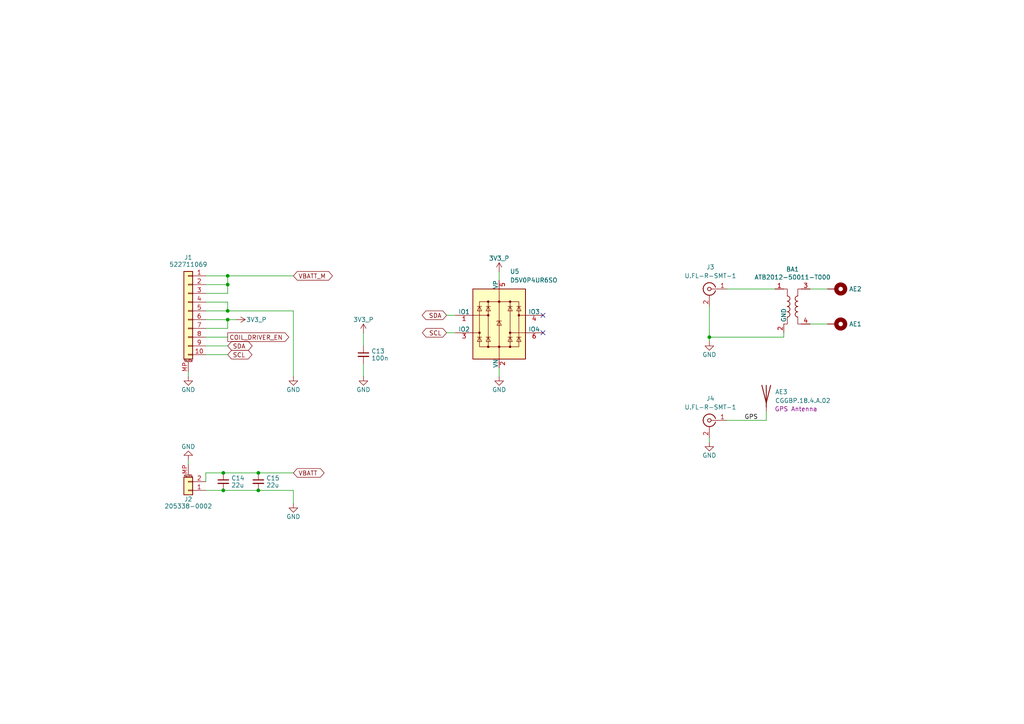
<source format=kicad_sch>
(kicad_sch (version 20250114) (generator "eeschema") (generator_version "9.0")
  (paper "A4")
  (title_block (title "Argus -Z Panel") (date "2025-06-23") (rev "Rev 5.0") (company "N. Khera") (comment 1 "V. Rajesh") (comment 2 "A. Sahay"))
  (lib_symbols
    (symbol "Argus-Passives:ATB2012"
      (property "Reference" "U" (at 0 10.795 0))
      (property "Value" "ATB2012" (at 0 8.4836 0))
      (symbol "ATB2012_1_1"
        (polyline (pts (xy -2.54 5.08) (xy -1.524 5.08) (xy -1.524 3.048)) (stroke (width 0.1524)))
        (arc (start -1.524 3.048) (mid -0.7653 2.286) (end -1.524 1.524) (stroke (width 0.2032)))
        (arc (start -1.524 1.524) (mid -0.7653 0.762) (end -1.524 0) (stroke (width 0.2032)))
        (arc (start -1.524 0) (mid -0.7653 -0.762) (end -1.524 -1.524) (stroke (width 0.2032)))
        (arc (start -1.524 -1.524) (mid -0.7653 -2.286) (end -1.524 -3.048) (stroke (width 0.2032)))
        (polyline (pts (xy -1.524 -3.048) (xy -1.524 -5.08) (xy -2.54 -5.08)) (stroke (width 0.1524)))
        (polyline (pts (xy 1.524 3.048) (xy 1.524 5.08) (xy 2.54 5.08)) (stroke (width 0.1524)))
        (arc (start 1.524 1.524) (mid 0.7653 2.286) (end 1.524 3.048) (stroke (width 0.2032)))
        (arc (start 1.524 0) (mid 0.7653 0.762) (end 1.524 1.524) (stroke (width 0.2032)))
        (arc (start 1.524 -1.524) (mid 0.7653 -0.762) (end 1.524 0) (stroke (width 0.2032)))
        (arc (start 1.524 -3.048) (mid 0.7653 -2.286) (end 1.524 -1.524) (stroke (width 0.2032)))
        (polyline (pts (xy 2.54 -5.08) (xy 1.524 -5.08) (xy 1.524 -3.048)) (stroke (width 0.1524)))
        (pin passive line (at -5.08 5.08 0) (length 2.54) (name "~") (number "1"))
        (pin power_in line (at -2.54 -7.62 90) (length 2.54) (name "GND") (number "2"))
        (pin passive line (at 5.08 5.08 180) (length 2.54) (name "~") (number "3"))
        (pin passive line (at 5.08 -5.08 180) (length 2.54) (name "~") (number "4"))
      )
    )
    (symbol "Argus-Passives:Antenna" (pin_numbers (hide yes)) (pin_names (offset 1.016) (hide yes))
      (property "Reference" "AE" (at -1.905 1.905 0))
      (property "Value" "Antenna" (at -1.905 0 0))
      (symbol "Antenna_0_1"
        (polyline (pts (xy 0 2.54) (xy 0 -3.81)) (stroke (width 0.254)))
        (polyline (pts (xy 1.27 2.54) (xy 0 -2.54) (xy -1.27 2.54)) (stroke (width 0.254)))
      )
      (symbol "Antenna_1_1"
        (pin input line (at 0 -5.08 90) (length 2.54) (name "A") (number "1"))
      )
    )
    (symbol "Connector:Conn_Coaxial" (pin_names (offset 1.016) (hide yes))
      (property "Reference" "J" (at 0.254 3.048 0))
      (property "Value" "Conn_Coaxial" (at 2.921 0 90))
      (symbol "Conn_Coaxial_0_1"
        (polyline (pts (xy -2.54 0) (xy -0.508 0)))
        (arc (start 1.778 0) (mid 0.222 -1.8079) (end -1.778 -0.508) (stroke (width 0.254)))
        (arc (start -1.778 0.508) (mid 0.2221 1.8084) (end 1.778 0) (stroke (width 0.254)))
        (circle (center 0 0) (radius 0.508) (stroke (width 0.2032)))
        (polyline (pts (xy 0 -2.54) (xy 0 -1.778)))
      )
      (symbol "Conn_Coaxial_1_1"
        (pin passive line (at -5.08 0 0) (length 2.54) (name "In") (number "1"))
        (pin passive line (at 0 -5.08 90) (length 2.54) (name "Ext") (number "2"))
      )
    )
    (symbol "Connector_Generic_MountingPin:Conn_01x02_MountingPin" (pin_names (offset 1.016) (hide yes))
      (property "Reference" "J" (at 0 2.54 0))
      (property "Value" "Conn_01x02_MountingPin" (at 1.27 -5.08 0))
      (symbol "Conn_01x02_MountingPin_1_1"
        (rectangle (start -1.27 1.27) (end 1.27 -3.81) (stroke (width 0.254)) (fill (type background)))
        (rectangle (start -1.27 0.127) (end 0 -0.127) (stroke (width 0.1524)))
        (rectangle (start -1.27 -2.413) (end 0 -2.667) (stroke (width 0.1524)))
        (polyline (pts (xy -1.016 -4.572) (xy 1.016 -4.572)) (stroke (width 0.1524)))
        (text "Mounting" (at 0 -4.191 0) (effects (font (size 0.381 0.381))))
        (pin passive line (at -5.08 0 0) (length 3.81) (name "Pin_1") (number "1"))
        (pin passive line (at -5.08 -2.54 0) (length 3.81) (name "Pin_2") (number "2"))
        (pin passive line (at 0 -7.62 90) (length 3.048) (name "MountPin") (number "MP"))
      )
    )
    (symbol "Connector_Generic_MountingPin:Conn_01x10_MountingPin" (pin_names (offset 1.016) (hide yes))
      (property "Reference" "J" (at 0 12.7 0))
      (property "Value" "Conn_01x10_MountingPin" (at 1.27 -15.24 0))
      (symbol "Conn_01x10_MountingPin_1_1"
        (rectangle (start -1.27 11.43) (end 1.27 -13.97) (stroke (width 0.254)) (fill (type background)))
        (rectangle (start -1.27 10.287) (end 0 10.033) (stroke (width 0.1524)))
        (rectangle (start -1.27 7.747) (end 0 7.493) (stroke (width 0.1524)))
        (rectangle (start -1.27 5.207) (end 0 4.953) (stroke (width 0.1524)))
        (rectangle (start -1.27 2.667) (end 0 2.413) (stroke (width 0.1524)))
        (rectangle (start -1.27 0.127) (end 0 -0.127) (stroke (width 0.1524)))
        (rectangle (start -1.27 -2.413) (end 0 -2.667) (stroke (width 0.1524)))
        (rectangle (start -1.27 -4.953) (end 0 -5.207) (stroke (width 0.1524)))
        (rectangle (start -1.27 -7.493) (end 0 -7.747) (stroke (width 0.1524)))
        (rectangle (start -1.27 -10.033) (end 0 -10.287) (stroke (width 0.1524)))
        (rectangle (start -1.27 -12.573) (end 0 -12.827) (stroke (width 0.1524)))
        (polyline (pts (xy -1.016 -14.732) (xy 1.016 -14.732)) (stroke (width 0.1524)))
        (text "Mounting" (at 0 -14.351 0) (effects (font (size 0.381 0.381))))
        (pin passive line (at -5.08 10.16 0) (length 3.81) (name "Pin_1") (number "1"))
        (pin passive line (at -5.08 7.62 0) (length 3.81) (name "Pin_2") (number "2"))
        (pin passive line (at -5.08 5.08 0) (length 3.81) (name "Pin_3") (number "3"))
        (pin passive line (at -5.08 2.54 0) (length 3.81) (name "Pin_4") (number "4"))
        (pin passive line (at -5.08 0 0) (length 3.81) (name "Pin_5") (number "5"))
        (pin passive line (at -5.08 -2.54 0) (length 3.81) (name "Pin_6") (number "6"))
        (pin passive line (at -5.08 -5.08 0) (length 3.81) (name "Pin_7") (number "7"))
        (pin passive line (at -5.08 -7.62 0) (length 3.81) (name "Pin_8") (number "8"))
        (pin passive line (at -5.08 -10.16 0) (length 3.81) (name "Pin_9") (number "9"))
        (pin passive line (at -5.08 -12.7 0) (length 3.81) (name "Pin_10") (number "10"))
        (pin passive line (at 0 -17.78 90) (length 3.048) (name "MountPin") (number "MP"))
      )
    )
    (symbol "Device:C_Small" (pin_numbers (hide yes)) (pin_names (offset 0.254) (hide yes))
      (property "Reference" "C" (at 0.254 1.778 0))
      (property "Value" "C_Small" (at 0.254 -2.032 0))
      (symbol "C_Small_0_1"
        (polyline (pts (xy -1.524 0.508) (xy 1.524 0.508)) (stroke (width 0.3048)))
        (polyline (pts (xy -1.524 -0.508) (xy 1.524 -0.508)) (stroke (width 0.3302)))
      )
      (symbol "C_Small_1_1"
        (pin passive line (at 0 2.54 270) (length 2.032) (name "~") (number "1"))
        (pin passive line (at 0 -2.54 90) (length 2.032) (name "~") (number "2"))
      )
    )
    (symbol "Mechanical:MountingHole_Pad" (pin_numbers (hide yes)) (pin_names (offset 1.016) (hide yes)) (exclude_from_sim yes) (in_bom no)
      (property "Reference" "H" (at 0 6.35 0))
      (property "Value" "MountingHole_Pad" (at 0 4.445 0))
      (symbol "MountingHole_Pad_0_1"
        (circle (center 0 1.27) (radius 1.27) (stroke (width 1.27)))
      )
      (symbol "MountingHole_Pad_1_1"
        (pin input line (at 0 -2.54 90) (length 2.54) (name "1") (number "1"))
      )
    )
    (symbol "Power_Protection:SRV05-4" (pin_names (offset 0))
      (property "Reference" "U" (at -5.08 11.43 0))
      (property "Value" "SRV05-4" (at 2.54 11.43 0))
      (symbol "SRV05-4_0_0"
        (rectangle (start -5.715 6.477) (end 5.715 -6.604))
        (polyline (pts (xy -3.175 -6.604) (xy -3.175 6.477)))
        (polyline (pts (xy 3.175 6.477) (xy 3.175 -6.604)))
      )
      (symbol "SRV05-4_0_1"
        (polyline (pts (xy -7.747 2.54) (xy -3.175 2.54)))
        (rectangle (start -7.62 10.16) (end 7.62 -10.16) (stroke (width 0.254)) (fill (type background)))
        (polyline (pts (xy -7.62 -2.54) (xy -5.715 -2.54)))
        (circle (center -5.715 -2.54) (radius 0.2794) (fill (type outline)))
        (polyline (pts (xy -5.08 5.08) (xy -6.35 5.08)))
        (polyline (pts (xy -5.08 3.81) (xy -6.35 3.81) (xy -5.715 5.08) (xy -5.08 3.81)))
        (polyline (pts (xy -5.08 -3.81) (xy -6.35 -3.81)))
        (polyline (pts (xy -5.08 -5.08) (xy -6.35 -5.08) (xy -5.715 -3.81) (xy -5.08 -5.08)))
        (circle (center -3.175 6.477) (radius 0.2794) (fill (type outline)))
        (circle (center -3.175 2.54) (radius 0.2794) (fill (type outline)))
        (circle (center -3.175 -6.604) (radius 0.2794) (fill (type outline)))
        (polyline (pts (xy -2.54 5.08) (xy -3.81 5.08)))
        (polyline (pts (xy -2.54 3.81) (xy -3.81 3.81) (xy -3.175 5.08) (xy -2.54 3.81)))
        (polyline (pts (xy -2.54 -3.81) (xy -3.81 -3.81)))
        (polyline (pts (xy -2.54 -5.08) (xy -3.81 -5.08) (xy -3.175 -3.81) (xy -2.54 -5.08)))
        (polyline (pts (xy 0 10.16) (xy 0 -10.16)))
        (circle (center 0 6.477) (radius 0.2794) (fill (type outline)))
        (circle (center 0 -6.604) (radius 0.2794) (fill (type outline)))
        (polyline (pts (xy 0.635 0.889) (xy -0.635 0.889) (xy -0.635 0.635)))
        (polyline (pts (xy 0.635 -0.381) (xy -0.635 -0.381) (xy 0 0.889) (xy 0.635 -0.381)))
        (circle (center 3.175 6.477) (radius 0.2794) (fill (type outline)))
        (circle (center 3.175 -2.54) (radius 0.2794) (fill (type outline)))
        (circle (center 3.175 -6.604) (radius 0.2794) (fill (type outline)))
        (polyline (pts (xy 3.81 5.08) (xy 2.54 5.08)))
        (polyline (pts (xy 3.81 3.81) (xy 2.54 3.81) (xy 3.175 5.08) (xy 3.81 3.81)))
        (polyline (pts (xy 3.81 -3.81) (xy 2.54 -3.81)))
        (polyline (pts (xy 3.81 -5.08) (xy 2.54 -5.08) (xy 3.175 -3.81) (xy 3.81 -5.08)))
        (circle (center 5.715 2.54) (radius 0.2794) (fill (type outline)))
        (polyline (pts (xy 6.35 5.08) (xy 5.08 5.08)))
        (polyline (pts (xy 6.35 3.81) (xy 5.08 3.81) (xy 5.715 5.08) (xy 6.35 3.81)))
        (polyline (pts (xy 6.35 -3.81) (xy 5.08 -3.81)))
        (polyline (pts (xy 6.35 -5.08) (xy 5.08 -5.08) (xy 5.715 -3.81) (xy 6.35 -5.08)))
        (polyline (pts (xy 7.62 2.54) (xy 5.715 2.54)))
        (polyline (pts (xy 7.62 -2.54) (xy 3.175 -2.54)))
      )
      (symbol "SRV05-4_1_1"
        (pin passive line (at -12.7 2.54 0) (length 5.08) (name "IO1") (number "1"))
        (pin passive line (at -12.7 -2.54 0) (length 5.08) (name "IO2") (number "3"))
        (pin passive line (at 0 12.7 270) (length 2.54) (name "VP") (number "5"))
        (pin passive line (at 0 -12.7 90) (length 2.54) (name "VN") (number "2"))
        (pin passive line (at 12.7 2.54 180) (length 5.08) (name "IO3") (number "4"))
        (pin passive line (at 12.7 -2.54 180) (length 5.08) (name "IO4") (number "6"))
      )
    )
    (symbol "power:+3.3V" (power) (pin_numbers (hide yes)) (pin_names (offset 0) (hide yes))
      (property "Value" "+3.3V" (at 0 3.556 0))
      (symbol "+3.3V_0_1"
        (polyline (pts (xy -0.762 1.27) (xy 0 2.54)))
        (polyline (pts (xy 0 2.54) (xy 0.762 1.27)))
        (polyline (pts (xy 0 0) (xy 0 2.54)))
      )
      (symbol "+3.3V_1_1"
        (pin power_in line (at 0 0 90) (length 0) (name "~") (number "1"))
      )
    )
    (symbol "power:GND" (power) (pin_numbers (hide yes)) (pin_names (offset 0) (hide yes))
      (property "Value" "GND" (at 0 -3.81 0))
      (symbol "GND_0_1"
        (polyline (pts (xy 0 0) (xy 0 -1.27) (xy 1.27 -1.27) (xy 0 -2.54) (xy -1.27 -1.27) (xy 0 -1.27)))
      )
      (symbol "GND_1_1"
        (pin power_in line (at 0 0 270) (length 0) (name "~") (number "1"))
      )
    )
  )
  (junction (at 205.74 97.79))
  (junction (at 66.04 92.71))
  (junction (at 66.04 82.55))
  (junction (at 74.93 137.16))
  (junction (at 64.77 142.24))
  (junction (at 66.04 90.17))
  (junction (at 74.93 142.24))
  (junction (at 64.77 137.16))
  (junction (at 66.04 80.01))
  (no_connect (at 157.48 96.52))
  (no_connect (at 157.48 91.44))
  (wire (pts (xy 129.54 91.44) (xy 132.08 91.44)))
  (wire (pts (xy 205.74 97.79) (xy 227.33 97.79)))
  (wire (pts (xy 74.93 137.16) (xy 64.77 137.16)))
  (wire (pts (xy 66.04 90.17) (xy 85.09 90.17)))
  (wire (pts (xy 59.69 100.33) (xy 66.04 100.33)))
  (wire (pts (xy 66.04 80.01) (xy 66.04 82.55)))
  (wire (pts (xy 85.09 80.01) (xy 66.04 80.01)))
  (wire (pts (xy 105.41 96.52) (xy 105.41 100.33)))
  (wire (pts (xy 210.82 83.82) (xy 224.79 83.82)))
  (wire (pts (xy 85.09 142.24) (xy 74.93 142.24)))
  (wire (pts (xy 234.95 83.82) (xy 240.03 83.82)))
  (wire (pts (xy 59.69 139.7) (xy 59.69 137.16)))
  (wire (pts (xy 85.09 90.17) (xy 85.09 109.22)))
  (wire (pts (xy 129.54 96.52) (xy 132.08 96.52)))
  (wire (pts (xy 59.69 137.16) (xy 64.77 137.16)))
  (wire (pts (xy 66.04 85.09) (xy 59.69 85.09)))
  (wire (pts (xy 68.58 92.71) (xy 66.04 92.71)))
  (wire (pts (xy 85.09 142.24) (xy 85.09 146.05)))
  (wire (pts (xy 59.69 142.24) (xy 64.77 142.24)))
  (wire (pts (xy 144.78 78.74) (xy 144.78 81.28)))
  (wire (pts (xy 234.95 93.98) (xy 240.03 93.98)))
  (wire (pts (xy 59.69 102.87) (xy 66.04 102.87)))
  (wire (pts (xy 66.04 80.01) (xy 59.69 80.01)))
  (wire (pts (xy 66.04 92.71) (xy 59.69 92.71)))
  (wire (pts (xy 59.69 87.63) (xy 66.04 87.63)))
  (wire (pts (xy 227.33 97.79) (xy 227.33 96.52)))
  (wire (pts (xy 66.04 82.55) (xy 66.04 85.09)))
  (wire (pts (xy 59.69 97.79) (xy 66.04 97.79)))
  (wire (pts (xy 59.69 90.17) (xy 66.04 90.17)))
  (wire (pts (xy 144.78 106.68) (xy 144.78 109.22)))
  (wire (pts (xy 85.09 137.16) (xy 74.93 137.16)))
  (wire (pts (xy 210.82 121.92) (xy 222.25 121.92)))
  (wire (pts (xy 66.04 82.55) (xy 59.69 82.55)))
  (wire (pts (xy 205.74 97.79) (xy 205.74 99.06)))
  (wire (pts (xy 66.04 95.25) (xy 59.69 95.25)))
  (wire (pts (xy 54.61 134.62) (xy 54.61 133.35)))
  (wire (pts (xy 105.41 105.41) (xy 105.41 109.22)))
  (wire (pts (xy 222.25 121.92) (xy 222.25 119.38)))
  (wire (pts (xy 66.04 90.17) (xy 66.04 87.63)))
  (wire (pts (xy 205.74 88.9) (xy 205.74 97.79)))
  (wire (pts (xy 66.04 92.71) (xy 66.04 95.25)))
  (wire (pts (xy 54.61 109.22) (xy 54.61 107.95)))
  (wire (pts (xy 205.74 127) (xy 205.74 128.27)))
  (wire (pts (xy 74.93 142.24) (xy 64.77 142.24)))
  (label "GPS" (at 215.9 121.92 0))
  (global_label "SDA" (shape bidirectional) (at 66.04 100.33 0) (property "Intersheetrefs" "${INTERSHEET_REFS}" (effects (hide yes))))
  (global_label "VBATT_M" (shape bidirectional) (at 85.09 80.01 0) (property "Intersheetrefs" "${INTERSHEET_REFS}" (effects (hide yes))))
  (global_label "COIL_DRIVER_EN" (shape output) (at 66.04 97.79 0) (property "Intersheetrefs" "${INTERSHEET_REFS}" (effects (hide yes))))
  (global_label "VBATT" (shape bidirectional) (at 85.09 137.16 0) (property "Intersheetrefs" "${INTERSHEET_REFS}" (effects (hide yes))))
  (global_label "SCL" (shape bidirectional) (at 129.54 96.52 180) (property "Intersheetrefs" "${INTERSHEET_REFS}" (effects (hide yes))))
  (global_label "SCL" (shape bidirectional) (at 66.04 102.87 0) (property "Intersheetrefs" "${INTERSHEET_REFS}" (effects (hide yes))))
  (global_label "SDA" (shape bidirectional) (at 129.54 91.44 180) (property "Intersheetrefs" "${INTERSHEET_REFS}" (effects (hide yes))))
  (symbol (lib_id "power:+3.3V") (at 68.58 92.71 270) (mirror x) (unit 1)
    (property "Reference" "#SUPPLY01" (effects (hide yes)))
    (property "Value" "3V3_P" (at 71.374 92.71 90) (effects (justify left)))
    (property "Description" "Power symbol creates a global label with name \"+3.3V\"" (effects (hide yes)))
  )
  (symbol (lib_id "Connector:Conn_Coaxial") (at 205.74 121.92 0) (mirror y) (unit 1)
    (property "Reference" "J4" (at 206.0574 115.57 0))
    (property "Value" "U.FL-R-SMT-1" (at 206.0574 118.11 0))
    (property "Footprint" "Connector_Coaxial:U.FL_Hirose_U.FL-R-SMT-1_Vertical" (effects (hide yes)))
    (property "Description" "coaxial connector (BNC, SMA, SMB, SMC, Cinch/RCA, LEMO, ...)" (effects (hide yes)))
  )
  (symbol (lib_id "power:GND") (at 205.74 128.27 0) (unit 1)
    (property "Reference" "#PWR025" (effects (hide yes)))
    (property "Value" "GND" (at 205.74 132.08 0))
    (property "Description" "Power symbol creates a global label with name \"GND\" , ground" (effects (hide yes)))
  )
  (symbol (lib_id "Connector:Conn_Coaxial") (at 205.74 83.82 0) (mirror y) (unit 1)
    (property "Reference" "J3" (at 206.0574 77.47 0))
    (property "Value" "U.FL-R-SMT-1" (at 206.0574 80.01 0))
    (property "Footprint" "Connector_Coaxial:U.FL_Hirose_U.FL-R-SMT-1_Vertical" (effects (hide yes)))
    (property "Description" "coaxial connector (BNC, SMA, SMB, SMC, Cinch/RCA, LEMO, ...)" (effects (hide yes)))
  )
  (symbol (lib_id "power:+3.3V") (at 105.41 96.52 0) (mirror y) (unit 1)
    (property "Reference" "#SUPPLY03" (effects (hide yes)))
    (property "Value" "3V3_P" (at 105.41 92.71 0))
    (property "Description" "Power symbol creates a global label with name \"+3.3V\"" (effects (hide yes)))
  )
  (symbol (lib_id "Mechanical:MountingHole_Pad") (at 242.57 83.82 270) (mirror x) (unit 1) (in_bom no)
    (property "Reference" "AE2" (at 246.253 83.82 90) (effects (justify left)))
    (property "Value" "MountingHole_Pad" (effects (hide yes)))
    (property "Footprint" "Argus-Miscellaneous:Antenna Mount v3" (effects (hide yes)))
  )
  (symbol (lib_id "power:GND") (at 85.09 109.22 0) (unit 1)
    (property "Reference" "#PWR07" (effects (hide yes)))
    (property "Value" "GND" (at 85.09 113.03 0))
    (property "Description" "Power symbol creates a global label with name \"GND\" , ground" (effects (hide yes)))
  )
  (symbol (lib_id "Power_Protection:SRV05-4") (at 144.78 93.98 0) (unit 1)
    (property "Reference" "U5" (at 147.8981 78.74 0) (effects (justify left)))
    (property "Value" "D5V0P4UR6SO" (at 147.8981 81.28 0) (effects (justify left)))
    (property "Footprint" "Package_TO_SOT_SMD:SOT-23-6" (effects (hide yes)))
    (property "Datasheet" "http://www.onsemi.com/pub/Collateral/SRV05-4-D.PDF" (effects (hide yes)))
    (property "Description" "ESD Protection Diodes with Low Clamping Voltage, SOT-23-6" (effects (hide yes)))
    (property "MPN" "C531179" (effects (hide yes)))
  )
  (symbol (lib_id "Device:C_Small") (at 74.93 139.7 0) (unit 1)
    (property "Reference" "C15" (at 77.216 138.684 0) (effects (justify left)))
    (property "Value" "22u" (at 77.216 140.716 0) (effects (justify left)))
    (property "Footprint" "Capacitor_SMD:C_1210_3225Metric" (effects (hide yes)))
    (property "Description" "Unpolarized capacitor, small symbol" (effects (hide yes)))
    (property "MPN" "C307348" (effects (hide yes)))
  )
  (symbol (lib_id "power:GND") (at 144.78 109.22 0) (mirror y) (unit 1)
    (property "Reference" "#PWR029" (effects (hide yes)))
    (property "Value" "GND" (at 144.78 113.03 0))
    (property "Description" "Power symbol creates a global label with name \"GND\" , ground" (effects (hide yes)))
  )
  (symbol (lib_id "Argus-Passives:Antenna") (at 222.25 114.3 0) (unit 1)
    (property "Reference" "AE3" (at 224.79 113.6649 0) (effects (justify left)))
    (property "Value" "CGGBP.18.4.A.02" (at 224.79 116.2049 0) (effects (justify left)))
    (property "Footprint" "Argus-Miscellaneous:ANT_CGGBP.18.4.A.02_TAL" (effects (hide yes)))
    (property "Description" "Antenna" (effects (hide yes)))
    (property "Field5" "GPS Antenna" (at 230.886 118.618 0))
  )
  (symbol (lib_id "Connector_Generic_MountingPin:Conn_01x10_MountingPin") (at 54.61 90.17 0) (mirror y) (unit 1)
    (property "Reference" "J1" (at 54.61 74.676 0))
    (property "Value" "522711069" (at 54.61 76.708 0))
    (property "Footprint" "Argus-Connectors:CON_522711069_MOL" (effects (hide yes)))
    (property "Description" "Generic connectable mounting pin connector, single row, 01x10, script generated (kicad-library-utils/schlib/autogen/connector/)" (effects (hide yes)))
  )
  (symbol (lib_id "power:GND") (at 54.61 109.22 0) (unit 1)
    (property "Reference" "#PWR06" (effects (hide yes)))
    (property "Value" "GND" (at 54.61 113.03 0))
    (property "Description" "Power symbol creates a global label with name \"GND\" , ground" (effects (hide yes)))
  )
  (symbol (lib_id "Mechanical:MountingHole_Pad") (at 242.57 93.98 270) (mirror x) (unit 1) (in_bom no)
    (property "Reference" "AE1" (at 246.253 93.98 90) (effects (justify left)))
    (property "Value" "MountingHole_Pad" (effects (hide yes)))
    (property "Footprint" "Argus-Miscellaneous:Antenna Mount v3" (effects (hide yes)))
  )
  (symbol (lib_id "power:GND") (at 54.61 133.35 180) (unit 1)
    (property "Reference" "#PWR048" (effects (hide yes)))
    (property "Value" "GND" (at 54.61 129.54 0))
    (property "Description" "Power symbol creates a global label with name \"GND\" , ground" (effects (hide yes)))
  )
  (symbol (lib_id "Device:C_Small") (at 105.41 102.87 0) (unit 1)
    (property "Reference" "C13" (at 107.696 101.854 0) (effects (justify left)))
    (property "Value" "100n" (at 107.696 103.886 0) (effects (justify left)))
    (property "Footprint" "Capacitor_SMD:C_0603_1608Metric" (effects (hide yes)))
    (property "Description" "Unpolarized capacitor, small symbol" (effects (hide yes)))
    (property "MPN" "C307348" (effects (hide yes)))
  )
  (symbol (lib_id "power:GND") (at 105.41 109.22 0) (mirror y) (unit 1)
    (property "Reference" "#PWR08" (effects (hide yes)))
    (property "Value" "GND" (at 105.41 113.03 0))
    (property "Description" "Power symbol creates a global label with name \"GND\" , ground" (effects (hide yes)))
  )
  (symbol (lib_id "Device:C_Small") (at 64.77 139.7 0) (unit 1)
    (property "Reference" "C14" (at 67.056 138.684 0) (effects (justify left)))
    (property "Value" "22u" (at 67.056 140.716 0) (effects (justify left)))
    (property "Footprint" "Capacitor_SMD:C_1210_3225Metric" (effects (hide yes)))
    (property "Description" "Unpolarized capacitor, small symbol" (effects (hide yes)))
    (property "MPN" "C307348" (effects (hide yes)))
  )
  (symbol (lib_id "Argus-Passives:ATB2012") (at 229.87 88.9 0) (unit 1)
    (property "Reference" "BA1" (at 229.87 78.105 0))
    (property "Value" "ATB2012-50011-T000" (at 229.87 80.4164 0))
    (property "Footprint" "Argus-Passives:ATB2012" (effects (hide yes)))
    (property "Datasheet" "https://www.johansontechnology.com/datasheets/0868BM15C0001/0868BM15C0001.pdf" (effects (hide yes)))
  )
  (symbol (lib_id "power:+3.3V") (at 144.78 78.74 0) (mirror y) (unit 1)
    (property "Reference" "#SUPPLY015" (effects (hide yes)))
    (property "Value" "3V3_P" (at 144.78 74.93 0))
    (property "Description" "Power symbol creates a global label with name \"+3.3V\"" (effects (hide yes)))
  )
  (symbol (lib_id "power:GND") (at 205.74 99.06 0) (unit 1)
    (property "Reference" "#PWR026" (effects (hide yes)))
    (property "Value" "GND" (at 205.74 102.87 0))
    (property "Description" "Power symbol creates a global label with name \"GND\" , ground" (effects (hide yes)))
  )
  (symbol (lib_id "Connector_Generic_MountingPin:Conn_01x02_MountingPin") (at 54.61 142.24 180) (unit 1)
    (property "Reference" "J2" (at 54.61 144.78 0))
    (property "Value" "205338-0002" (at 54.61 146.812 0))
    (property "Footprint" "Connector_Molex:Molex_Pico-Lock_205338-0002_1x02-1MP_P2.00mm_Horizontal" (effects (hide yes)))
    (property "Description" "Generic connectable mounting pin connector, single row, 01x02, script generated (kicad-library-utils/schlib/autogen/connector/)" (effects (hide yes)))
  )
  (symbol (lib_id "power:GND") (at 85.09 146.05 0) (unit 1)
    (property "Reference" "#PWR042" (effects (hide yes)))
    (property "Value" "GND" (at 85.09 149.86 0))
    (property "Description" "Power symbol creates a global label with name \"GND\" , ground" (effects (hide yes)))
  )
)
</source>
